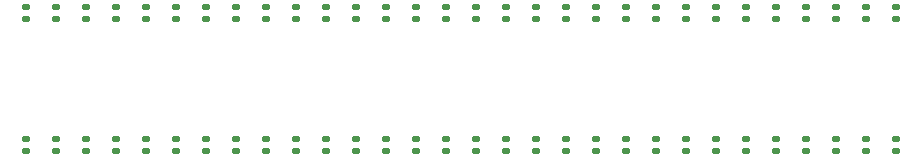
<source format=gbr>
%TF.GenerationSoftware,KiCad,Pcbnew,6.0.7+dfsg-1~bpo11+1*%
%TF.CreationDate,2022-10-18T02:59:46+00:00*%
%TF.ProjectId,0204-OUTLETS,30323034-2d4f-4555-944c-4554532e6b69,V1.0*%
%TF.SameCoordinates,Original*%
%TF.FileFunction,Paste,Top*%
%TF.FilePolarity,Positive*%
%FSLAX46Y46*%
G04 Gerber Fmt 4.6, Leading zero omitted, Abs format (unit mm)*
G04 Created by KiCad (PCBNEW 6.0.7+dfsg-1~bpo11+1) date 2022-10-18 02:59:46*
%MOMM*%
%LPD*%
G01*
G04 APERTURE LIST*
G04 Aperture macros list*
%AMRoundRect*
0 Rectangle with rounded corners*
0 $1 Rounding radius*
0 $2 $3 $4 $5 $6 $7 $8 $9 X,Y pos of 4 corners*
0 Add a 4 corners polygon primitive as box body*
4,1,4,$2,$3,$4,$5,$6,$7,$8,$9,$2,$3,0*
0 Add four circle primitives for the rounded corners*
1,1,$1+$1,$2,$3*
1,1,$1+$1,$4,$5*
1,1,$1+$1,$6,$7*
1,1,$1+$1,$8,$9*
0 Add four rect primitives between the rounded corners*
20,1,$1+$1,$2,$3,$4,$5,0*
20,1,$1+$1,$4,$5,$6,$7,0*
20,1,$1+$1,$6,$7,$8,$9,0*
20,1,$1+$1,$8,$9,$2,$3,0*%
G04 Aperture macros list end*
%ADD10RoundRect,0.135000X0.185000X-0.135000X0.185000X0.135000X-0.185000X0.135000X-0.185000X-0.135000X0*%
G04 APERTURE END LIST*
D10*
%TO.C,R15*%
X12220000Y4062000D03*
X12220000Y5082000D03*
%TD*%
%TO.C,R44*%
X60480000Y15238000D03*
X60480000Y16258000D03*
%TD*%
%TO.C,R40*%
X50320000Y4062000D03*
X50320000Y5082000D03*
%TD*%
%TO.C,R10*%
X24920000Y15238000D03*
X24920000Y16258000D03*
%TD*%
%TO.C,R17*%
X17300000Y4062000D03*
X17300000Y5082000D03*
%TD*%
%TO.C,R21*%
X27460000Y15238000D03*
X27460000Y16258000D03*
%TD*%
%TO.C,R50*%
X75720000Y15238000D03*
X75720000Y16258000D03*
%TD*%
%TO.C,R53*%
X57940000Y4062000D03*
X57940000Y5082000D03*
%TD*%
%TO.C,R20*%
X24920000Y4062000D03*
X24920000Y5082000D03*
%TD*%
%TO.C,R45*%
X63020000Y15238000D03*
X63020000Y16258000D03*
%TD*%
%TO.C,R24*%
X35080000Y15238000D03*
X35080000Y16258000D03*
%TD*%
%TO.C,R19*%
X22380000Y4062000D03*
X22380000Y5082000D03*
%TD*%
%TO.C,R18*%
X19840000Y4062000D03*
X19840000Y5082000D03*
%TD*%
%TO.C,R37*%
X42700000Y4062000D03*
X42700000Y5082000D03*
%TD*%
%TO.C,R28*%
X45240000Y15238000D03*
X45240000Y16258000D03*
%TD*%
%TO.C,R22*%
X30000000Y15238000D03*
X30000000Y16258000D03*
%TD*%
%TO.C,R47*%
X68100000Y15238000D03*
X68100000Y16258000D03*
%TD*%
%TO.C,R23*%
X32540000Y15238000D03*
X32540000Y16258000D03*
%TD*%
%TO.C,R59*%
X73180000Y4062000D03*
X73180000Y5082000D03*
%TD*%
%TO.C,R6*%
X14760000Y15238000D03*
X14760000Y16258000D03*
%TD*%
%TO.C,R2*%
X4600000Y15238000D03*
X4600000Y16258000D03*
%TD*%
%TO.C,R7*%
X17300000Y15238000D03*
X17300000Y16258000D03*
%TD*%
%TO.C,R31*%
X27460000Y4062000D03*
X27460000Y5082000D03*
%TD*%
%TO.C,R13*%
X7140000Y4062000D03*
X7140000Y5082000D03*
%TD*%
%TO.C,R42*%
X55400000Y15238000D03*
X55400000Y16258000D03*
%TD*%
%TO.C,R11*%
X2060000Y4062000D03*
X2060000Y5082000D03*
%TD*%
%TO.C,R49*%
X73180000Y15238000D03*
X73180000Y16258000D03*
%TD*%
%TO.C,R32*%
X30000000Y4062000D03*
X30000000Y5082000D03*
%TD*%
%TO.C,R29*%
X47780000Y15238000D03*
X47780000Y16258000D03*
%TD*%
%TO.C,R43*%
X57940000Y15238000D03*
X57940000Y16258000D03*
%TD*%
%TO.C,R9*%
X22380000Y15238000D03*
X22380000Y16258000D03*
%TD*%
%TO.C,R30*%
X50320000Y15238000D03*
X50320000Y16258000D03*
%TD*%
%TO.C,R34*%
X35080000Y4062000D03*
X35080000Y5082000D03*
%TD*%
%TO.C,R60*%
X75720000Y4062000D03*
X75720000Y5082000D03*
%TD*%
%TO.C,R54*%
X60480000Y4062000D03*
X60480000Y5082000D03*
%TD*%
%TO.C,R57*%
X68100000Y4062000D03*
X68100000Y5082000D03*
%TD*%
%TO.C,R12*%
X4600000Y4062000D03*
X4600000Y5082000D03*
%TD*%
%TO.C,R39*%
X47780000Y4062000D03*
X47780000Y5082000D03*
%TD*%
%TO.C,R41*%
X52860000Y15238000D03*
X52860000Y16258000D03*
%TD*%
%TO.C,R36*%
X40160000Y4062000D03*
X40160000Y5082000D03*
%TD*%
%TO.C,R46*%
X65560000Y15238000D03*
X65560000Y16258000D03*
%TD*%
%TO.C,R1*%
X2060000Y15238000D03*
X2060000Y16258000D03*
%TD*%
%TO.C,R4*%
X9680000Y15238000D03*
X9680000Y16258000D03*
%TD*%
%TO.C,R5*%
X12220000Y15238000D03*
X12220000Y16258000D03*
%TD*%
%TO.C,R26*%
X40160000Y15238000D03*
X40160000Y16258000D03*
%TD*%
%TO.C,R51*%
X52860000Y4062000D03*
X52860000Y5082000D03*
%TD*%
%TO.C,R38*%
X45240000Y4062000D03*
X45240000Y5082000D03*
%TD*%
%TO.C,R48*%
X70640000Y15238000D03*
X70640000Y16258000D03*
%TD*%
%TO.C,R52*%
X55400000Y4062000D03*
X55400000Y5082000D03*
%TD*%
%TO.C,R25*%
X37620000Y15238000D03*
X37620000Y16258000D03*
%TD*%
%TO.C,R56*%
X65560000Y4062000D03*
X65560000Y5082000D03*
%TD*%
%TO.C,R14*%
X9680000Y4062000D03*
X9680000Y5082000D03*
%TD*%
%TO.C,R16*%
X14760000Y4062000D03*
X14760000Y5082000D03*
%TD*%
%TO.C,R27*%
X42700000Y15238000D03*
X42700000Y16258000D03*
%TD*%
%TO.C,R33*%
X32540000Y4062000D03*
X32540000Y5082000D03*
%TD*%
%TO.C,R58*%
X70640000Y4062000D03*
X70640000Y5082000D03*
%TD*%
%TO.C,R3*%
X7140000Y15238000D03*
X7140000Y16258000D03*
%TD*%
%TO.C,R35*%
X37620000Y4062000D03*
X37620000Y5082000D03*
%TD*%
%TO.C,R55*%
X63020000Y4062000D03*
X63020000Y5082000D03*
%TD*%
%TO.C,R8*%
X19840000Y15238000D03*
X19840000Y16258000D03*
%TD*%
M02*

</source>
